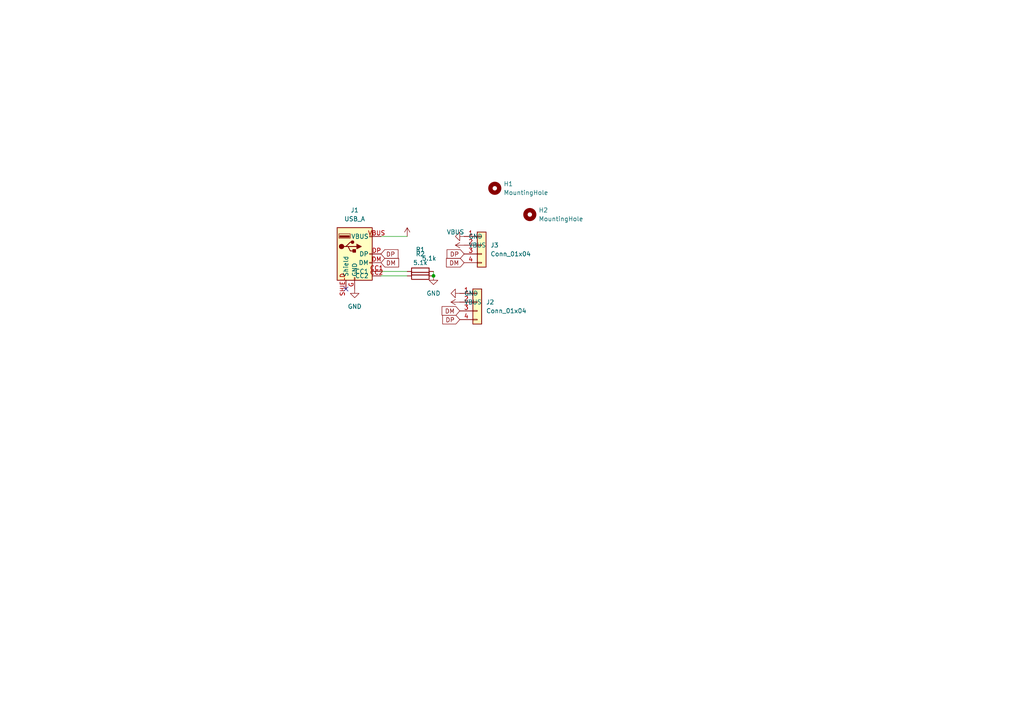
<source format=kicad_sch>
(kicad_sch (version 20211123) (generator eeschema)
  (paper "A4")
  (lib_symbols
    (symbol "Connector:USB_A" (pin_names (offset 1.016))
      (property "Reference" "J1" (at 0 12.7 0))
      (property "Value" "USB_A" (at 0 10.16 0))
      (symbol "USB_A_0_1"
        (rectangle (start -5.08 -7.62) (end 5.08 7.62) (stroke (width 0.254)) (fill (type background)))
        (circle (center -3.81 2.159) (radius 0.635) (stroke (width 0.254)) (fill (type outline)))
        (rectangle (start -1.524 4.826) (end -4.318 5.334) (fill (type outline)))
        (rectangle (start -1.27 4.572) (end -4.572 5.842))
        (circle (center -0.635 3.429) (radius 0.381) (stroke (width 0.254)) (fill (type outline)))
        (rectangle (start -0.127 -7.62) (end 0.127 -6.858))
        (polyline (pts (xy -3.175 2.159) (xy -2.54 2.159) (xy -1.27 3.429) (xy -0.635 3.429)) (stroke (width 0.254)))
        (polyline (pts (xy -2.54 2.159) (xy -1.905 2.159) (xy -1.27 0.889) (xy 0 0.889)) (stroke (width 0.254)))
        (polyline (pts (xy 0.635 2.794) (xy 0.635 1.524) (xy 1.905 2.159) (xy 0.635 2.794)) (stroke (width 0.254)) (fill (type outline)))
        (rectangle (start 0.254 1.27) (end -0.508 0.508) (stroke (width 0.254)) (fill (type outline)))
        (rectangle (start 5.08 -2.667) (end 4.318 -2.413))
        (rectangle (start 5.08 -0.127) (end 4.318 0.127))
        (rectangle (start 5.08 4.953) (end 4.318 5.207))
      )
      (symbol "USB_A_1_1"
        (polyline (pts (xy -1.905 2.159) (xy 0.635 2.159)) (stroke (width 0.254)))
        (pin bidirectional line (at 7.62 -5.08 180) (length 2.54) (name "CC1") (number "CC1"))
        (pin bidirectional line (at 7.62 -6.35 180) (length 2.54) (name "CC2") (number "CC2"))
        (pin bidirectional line (at 7.62 -2.54 180) (length 2.54) (name "DM") (number "DM"))
        (pin bidirectional line (at 7.62 0 180) (length 2.54) (name "DP") (number "DP"))
        (pin power_in line (at 0 -10.16 90) (length 2.54) (name "GND") (number "G"))
        (pin passive line (at -2.54 -10.16 90) (length 2.54) (name "Shield") (number "SHIELD"))
        (pin power_in line (at 7.62 5.08 180) (length 2.54) (name "VBUS") (number "VBUS"))
      )
    )
    (symbol "Connector_Generic:Conn_01x04" (pin_names (offset 1.016) hide)
      (property "Reference" "J" (at 0 5.08 0))
      (property "Value" "Conn_01x04" (at 0 -7.62 0))
      (symbol "Conn_01x04_1_1"
        (rectangle (start -1.27 -4.953) (end 0 -5.207) (stroke (width 0.1524)))
        (rectangle (start -1.27 -2.413) (end 0 -2.667) (stroke (width 0.1524)))
        (rectangle (start -1.27 0.127) (end 0 -0.127) (stroke (width 0.1524)))
        (rectangle (start -1.27 2.667) (end 0 2.413) (stroke (width 0.1524)))
        (rectangle (start -1.27 3.81) (end 1.27 -6.35) (stroke (width 0.254)) (fill (type background)))
        (pin passive line (at -5.08 2.54 0) (length 3.81) (name "Pin_1") (number "1"))
        (pin passive line (at -5.08 0 0) (length 3.81) (name "Pin_2") (number "2"))
        (pin passive line (at -5.08 -2.54 0) (length 3.81) (name "Pin_3") (number "3"))
        (pin passive line (at -5.08 -5.08 0) (length 3.81) (name "Pin_4") (number "4"))
      )
    )
    (symbol "Device:R" (pin_numbers hide) (pin_names (offset 0))
      (property "Reference" "R" (at 2.032 0 90))
      (property "Value" "R" (at 0 0 90))
      (symbol "R_0_1"
        (rectangle (start -1.016 -2.54) (end 1.016 2.54) (stroke (width 0.254)))
      )
      (symbol "R_1_1"
        (pin passive line (at 0 3.81 270) (length 1.27) (name "~") (number "1"))
        (pin passive line (at 0 -3.81 90) (length 1.27) (name "~") (number "2"))
      )
    )
    (symbol "Mechanical:MountingHole" (pin_names (offset 1.016))
      (property "Reference" "H" (at 0 5.08 0))
      (property "Value" "MountingHole" (at 0 3.175 0))
      (symbol "MountingHole_0_1"
        (circle (center 0 0) (radius 1.27) (stroke (width 1.27)))
      )
    )
    (symbol "power:GND" (power) (pin_names (offset 0))
      (property "Value" "GND" (at 0 -3.81 0))
      (symbol "GND_0_1"
        (polyline (pts (xy 0 0) (xy 0 -1.27) (xy 1.27 -1.27) (xy 0 -2.54) (xy -1.27 -1.27) (xy 0 -1.27)))
      )
      (symbol "GND_1_1"
        (pin power_in line (at 0 0 270) (length 0) hide (name "GND") (number "1"))
      )
    )
    (symbol "power:VBUS" (power) (pin_names (offset 0))
      (property "Value" "VBUS" (at 0 3.81 0))
      (symbol "VBUS_0_1"
        (polyline (pts (xy -0.762 1.27) (xy 0 2.54)))
        (polyline (pts (xy 0 0) (xy 0 2.54)))
        (polyline (pts (xy 0 2.54) (xy 0.762 1.27)))
      )
      (symbol "VBUS_1_1"
        (pin power_in line (at 0 0 90) (length 0) hide (name "VBUS") (number "1"))
      )
    )
  )
  (junction (at 125.73 80.01))
  (no_connect (at 100.33 83.82))
  (wire (pts (xy 110.49 80.01) (xy 118.11 80.01)))
  (wire (pts (xy 110.49 68.58) (xy 118.11 68.58)))
  (wire (pts (xy 125.73 78.74) (xy 125.73 80.01)))
  (wire (pts (xy 110.49 78.74) (xy 118.11 78.74)))
  (global_label "DP" (shape input) (at 110.49 73.66 0) (property "Intersheet References" "${INTERSHEET_REFS}" (effects hide)))
  (global_label "DM" (shape input) (at 110.49 76.2 0) (property "Intersheet References" "${INTERSHEET_REFS}" (effects hide)))
  (global_label "DM" (shape input) (at 133.35 90.17 180) (property "Intersheet References" "${INTERSHEET_REFS}" (effects hide)))
  (global_label "DM" (shape input) (at 134.62 76.2 180) (property "Intersheet References" "${INTERSHEET_REFS}" (effects hide)))
  (global_label "DP" (shape input) (at 134.62 73.66 180) (property "Intersheet References" "${INTERSHEET_REFS}" (effects hide)))
  (global_label "DP" (shape input) (at 133.35 92.71 180) (property "Intersheet References" "${INTERSHEET_REFS}" (effects hide)))
  (symbol (lib_id "power:VBUS") (at 118.11 68.58 0) (unit 1)
    (property "Reference" "#PWR0106" (effects hide))
    (property "Value" "VBUS" (at 129.54 67.3099 0) (effects (justify left)))
  )
  (symbol (lib_id "power:GND") (at 134.62 68.58 270) (unit 1)
    (property "Reference" "#PWR0105" (effects hide))
    (property "Value" "GND" (at 135.89 68.5799 90) (effects (justify left)))
  )
  (symbol (lib_id "power:VBUS") (at 134.62 71.12 90) (unit 1)
    (property "Reference" "#PWR0104" (effects hide))
    (property "Value" "VBUS" (at 135.89 71.1199 90) (effects (justify right)))
  )
  (symbol (lib_id "Connector_Generic:Conn_01x04") (at 138.43 87.63 0) (unit 1)
    (property "Reference" "J2" (at 140.97 87.6299 0) (effects (justify left)))
    (property "Value" "Conn_01x04" (at 140.97 90.1699 0) (effects (justify left)))
    (property "Footprint" "Connector_JST:JST_SH_BM04B-SRSS-TB_1x04-1MP_P1.00mm_Vertical" (effects hide))
  )
  (symbol (lib_id "Connector:USB_A") (at 102.87 73.66 0) (unit 1)
    (property "Reference" "J1" (at 102.87 60.96 0))
    (property "Value" "USB_A" (at 102.87 63.5 0))
    (property "Footprint" "resouces:KH-TYPE-C-L10-14P" (effects hide))
    (property "Datasheet" " ~" (effects hide))
  )
  (symbol (lib_id "Mechanical:MountingHole") (at 143.51 54.61 0) (unit 1)
    (property "Reference" "H1" (at 146.05 53.3399 0) (effects (justify left)))
    (property "Value" "MountingHole" (at 146.05 55.8799 0) (effects (justify left)))
    (property "Footprint" "MountingHole:MountingHole_2.2mm_M2" (effects hide))
  )
  (symbol (lib_id "power:GND") (at 125.73 80.01 0) (unit 1)
    (property "Reference" "#PWR0107" (effects hide))
    (property "Value" "GND" (at 125.73 85.09 0))
  )
  (symbol (lib_id "Device:R") (at 121.92 78.74 90) (unit 1)
    (property "Reference" "R1" (at 121.92 72.39 90))
    (property "Value" "5.1k" (at 124.46 74.93 90))
    (property "Footprint" "Resistor_SMD:R_1206_3216Metric_Pad1.30x1.75mm_HandSolder" (effects hide))
  )
  (symbol (lib_id "power:GND") (at 133.35 85.09 270) (unit 1)
    (property "Reference" "#PWR0102" (effects hide))
    (property "Value" "GND" (at 134.62 85.0899 90) (effects (justify left)))
  )
  (symbol (lib_id "Device:R") (at 121.92 80.01 90) (unit 1)
    (property "Reference" "R2" (at 121.92 73.66 90))
    (property "Value" "5.1k" (at 121.92 76.2 90))
    (property "Footprint" "Resistor_SMD:R_1206_3216Metric_Pad1.30x1.75mm_HandSolder" (effects hide))
  )
  (symbol (lib_id "power:VBUS") (at 133.35 87.63 90) (unit 1)
    (property "Reference" "#PWR0103" (effects hide))
    (property "Value" "VBUS" (at 134.62 87.6299 90) (effects (justify right)))
  )
  (symbol (lib_id "Mechanical:MountingHole") (at 153.67 62.23 0) (unit 1)
    (property "Reference" "H2" (at 156.21 60.9599 0) (effects (justify left)))
    (property "Value" "MountingHole" (at 156.21 63.4999 0) (effects (justify left)))
    (property "Footprint" "MountingHole:MountingHole_2.2mm_M2" (effects hide))
  )
  (symbol (lib_id "Connector_Generic:Conn_01x04") (at 139.7 71.12 0) (unit 1)
    (property "Reference" "J3" (at 142.24 71.1199 0) (effects (justify left)))
    (property "Value" "Conn_01x04" (at 142.24 73.6599 0) (effects (justify left)))
    (property "Footprint" "Connector_JST:JST_SH_BM04B-SRSS-TB_1x04-1MP_P1.00mm_Vertical" (effects hide))
  )
  (symbol (lib_id "power:GND") (at 102.87 83.82 0) (unit 1)
    (property "Reference" "#PWR0101" (effects hide))
    (property "Value" "GND" (at 102.87 88.9 0))
  )
)
</source>
